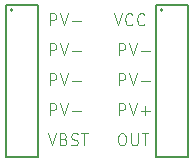
<source format=gbr>
%TF.GenerationSoftware,KiCad,Pcbnew,8.0.6*%
%TF.CreationDate,2025-01-14T17:23:09-07:00*%
%TF.ProjectId,MPPT,4d505054-2e6b-4696-9361-645f70636258,rev?*%
%TF.SameCoordinates,Original*%
%TF.FileFunction,Legend,Top*%
%TF.FilePolarity,Positive*%
%FSLAX46Y46*%
G04 Gerber Fmt 4.6, Leading zero omitted, Abs format (unit mm)*
G04 Created by KiCad (PCBNEW 8.0.6) date 2025-01-14 17:23:09*
%MOMM*%
%LPD*%
G01*
G04 APERTURE LIST*
%ADD10C,0.100000*%
%ADD11C,0.200000*%
G04 APERTURE END LIST*
D10*
X144941027Y-93360419D02*
X145274360Y-94360419D01*
X145274360Y-94360419D02*
X145607693Y-93360419D01*
X146512455Y-94265180D02*
X146464836Y-94312800D01*
X146464836Y-94312800D02*
X146321979Y-94360419D01*
X146321979Y-94360419D02*
X146226741Y-94360419D01*
X146226741Y-94360419D02*
X146083884Y-94312800D01*
X146083884Y-94312800D02*
X145988646Y-94217561D01*
X145988646Y-94217561D02*
X145941027Y-94122323D01*
X145941027Y-94122323D02*
X145893408Y-93931847D01*
X145893408Y-93931847D02*
X145893408Y-93788990D01*
X145893408Y-93788990D02*
X145941027Y-93598514D01*
X145941027Y-93598514D02*
X145988646Y-93503276D01*
X145988646Y-93503276D02*
X146083884Y-93408038D01*
X146083884Y-93408038D02*
X146226741Y-93360419D01*
X146226741Y-93360419D02*
X146321979Y-93360419D01*
X146321979Y-93360419D02*
X146464836Y-93408038D01*
X146464836Y-93408038D02*
X146512455Y-93455657D01*
X147512455Y-94265180D02*
X147464836Y-94312800D01*
X147464836Y-94312800D02*
X147321979Y-94360419D01*
X147321979Y-94360419D02*
X147226741Y-94360419D01*
X147226741Y-94360419D02*
X147083884Y-94312800D01*
X147083884Y-94312800D02*
X146988646Y-94217561D01*
X146988646Y-94217561D02*
X146941027Y-94122323D01*
X146941027Y-94122323D02*
X146893408Y-93931847D01*
X146893408Y-93931847D02*
X146893408Y-93788990D01*
X146893408Y-93788990D02*
X146941027Y-93598514D01*
X146941027Y-93598514D02*
X146988646Y-93503276D01*
X146988646Y-93503276D02*
X147083884Y-93408038D01*
X147083884Y-93408038D02*
X147226741Y-93360419D01*
X147226741Y-93360419D02*
X147321979Y-93360419D01*
X147321979Y-93360419D02*
X147464836Y-93408038D01*
X147464836Y-93408038D02*
X147512455Y-93455657D01*
X145337884Y-96900419D02*
X145337884Y-95900419D01*
X145337884Y-95900419D02*
X145718836Y-95900419D01*
X145718836Y-95900419D02*
X145814074Y-95948038D01*
X145814074Y-95948038D02*
X145861693Y-95995657D01*
X145861693Y-95995657D02*
X145909312Y-96090895D01*
X145909312Y-96090895D02*
X145909312Y-96233752D01*
X145909312Y-96233752D02*
X145861693Y-96328990D01*
X145861693Y-96328990D02*
X145814074Y-96376609D01*
X145814074Y-96376609D02*
X145718836Y-96424228D01*
X145718836Y-96424228D02*
X145337884Y-96424228D01*
X146195027Y-95900419D02*
X146528360Y-96900419D01*
X146528360Y-96900419D02*
X146861693Y-95900419D01*
X147195027Y-96519466D02*
X147956932Y-96519466D01*
X145337884Y-99440419D02*
X145337884Y-98440419D01*
X145337884Y-98440419D02*
X145718836Y-98440419D01*
X145718836Y-98440419D02*
X145814074Y-98488038D01*
X145814074Y-98488038D02*
X145861693Y-98535657D01*
X145861693Y-98535657D02*
X145909312Y-98630895D01*
X145909312Y-98630895D02*
X145909312Y-98773752D01*
X145909312Y-98773752D02*
X145861693Y-98868990D01*
X145861693Y-98868990D02*
X145814074Y-98916609D01*
X145814074Y-98916609D02*
X145718836Y-98964228D01*
X145718836Y-98964228D02*
X145337884Y-98964228D01*
X146195027Y-98440419D02*
X146528360Y-99440419D01*
X146528360Y-99440419D02*
X146861693Y-98440419D01*
X147195027Y-99059466D02*
X147956932Y-99059466D01*
X145337884Y-101980419D02*
X145337884Y-100980419D01*
X145337884Y-100980419D02*
X145718836Y-100980419D01*
X145718836Y-100980419D02*
X145814074Y-101028038D01*
X145814074Y-101028038D02*
X145861693Y-101075657D01*
X145861693Y-101075657D02*
X145909312Y-101170895D01*
X145909312Y-101170895D02*
X145909312Y-101313752D01*
X145909312Y-101313752D02*
X145861693Y-101408990D01*
X145861693Y-101408990D02*
X145814074Y-101456609D01*
X145814074Y-101456609D02*
X145718836Y-101504228D01*
X145718836Y-101504228D02*
X145337884Y-101504228D01*
X146195027Y-100980419D02*
X146528360Y-101980419D01*
X146528360Y-101980419D02*
X146861693Y-100980419D01*
X147195027Y-101599466D02*
X147956932Y-101599466D01*
X147575979Y-101980419D02*
X147575979Y-101218514D01*
X145528360Y-103520419D02*
X145718836Y-103520419D01*
X145718836Y-103520419D02*
X145814074Y-103568038D01*
X145814074Y-103568038D02*
X145909312Y-103663276D01*
X145909312Y-103663276D02*
X145956931Y-103853752D01*
X145956931Y-103853752D02*
X145956931Y-104187085D01*
X145956931Y-104187085D02*
X145909312Y-104377561D01*
X145909312Y-104377561D02*
X145814074Y-104472800D01*
X145814074Y-104472800D02*
X145718836Y-104520419D01*
X145718836Y-104520419D02*
X145528360Y-104520419D01*
X145528360Y-104520419D02*
X145433122Y-104472800D01*
X145433122Y-104472800D02*
X145337884Y-104377561D01*
X145337884Y-104377561D02*
X145290265Y-104187085D01*
X145290265Y-104187085D02*
X145290265Y-103853752D01*
X145290265Y-103853752D02*
X145337884Y-103663276D01*
X145337884Y-103663276D02*
X145433122Y-103568038D01*
X145433122Y-103568038D02*
X145528360Y-103520419D01*
X146385503Y-103520419D02*
X146385503Y-104329942D01*
X146385503Y-104329942D02*
X146433122Y-104425180D01*
X146433122Y-104425180D02*
X146480741Y-104472800D01*
X146480741Y-104472800D02*
X146575979Y-104520419D01*
X146575979Y-104520419D02*
X146766455Y-104520419D01*
X146766455Y-104520419D02*
X146861693Y-104472800D01*
X146861693Y-104472800D02*
X146909312Y-104425180D01*
X146909312Y-104425180D02*
X146956931Y-104329942D01*
X146956931Y-104329942D02*
X146956931Y-103520419D01*
X147290265Y-103520419D02*
X147861693Y-103520419D01*
X147575979Y-104520419D02*
X147575979Y-103520419D01*
X139353027Y-103520419D02*
X139686360Y-104520419D01*
X139686360Y-104520419D02*
X140019693Y-103520419D01*
X140686360Y-103996609D02*
X140829217Y-104044228D01*
X140829217Y-104044228D02*
X140876836Y-104091847D01*
X140876836Y-104091847D02*
X140924455Y-104187085D01*
X140924455Y-104187085D02*
X140924455Y-104329942D01*
X140924455Y-104329942D02*
X140876836Y-104425180D01*
X140876836Y-104425180D02*
X140829217Y-104472800D01*
X140829217Y-104472800D02*
X140733979Y-104520419D01*
X140733979Y-104520419D02*
X140353027Y-104520419D01*
X140353027Y-104520419D02*
X140353027Y-103520419D01*
X140353027Y-103520419D02*
X140686360Y-103520419D01*
X140686360Y-103520419D02*
X140781598Y-103568038D01*
X140781598Y-103568038D02*
X140829217Y-103615657D01*
X140829217Y-103615657D02*
X140876836Y-103710895D01*
X140876836Y-103710895D02*
X140876836Y-103806133D01*
X140876836Y-103806133D02*
X140829217Y-103901371D01*
X140829217Y-103901371D02*
X140781598Y-103948990D01*
X140781598Y-103948990D02*
X140686360Y-103996609D01*
X140686360Y-103996609D02*
X140353027Y-103996609D01*
X141305408Y-104472800D02*
X141448265Y-104520419D01*
X141448265Y-104520419D02*
X141686360Y-104520419D01*
X141686360Y-104520419D02*
X141781598Y-104472800D01*
X141781598Y-104472800D02*
X141829217Y-104425180D01*
X141829217Y-104425180D02*
X141876836Y-104329942D01*
X141876836Y-104329942D02*
X141876836Y-104234704D01*
X141876836Y-104234704D02*
X141829217Y-104139466D01*
X141829217Y-104139466D02*
X141781598Y-104091847D01*
X141781598Y-104091847D02*
X141686360Y-104044228D01*
X141686360Y-104044228D02*
X141495884Y-103996609D01*
X141495884Y-103996609D02*
X141400646Y-103948990D01*
X141400646Y-103948990D02*
X141353027Y-103901371D01*
X141353027Y-103901371D02*
X141305408Y-103806133D01*
X141305408Y-103806133D02*
X141305408Y-103710895D01*
X141305408Y-103710895D02*
X141353027Y-103615657D01*
X141353027Y-103615657D02*
X141400646Y-103568038D01*
X141400646Y-103568038D02*
X141495884Y-103520419D01*
X141495884Y-103520419D02*
X141733979Y-103520419D01*
X141733979Y-103520419D02*
X141876836Y-103568038D01*
X142162551Y-103520419D02*
X142733979Y-103520419D01*
X142448265Y-104520419D02*
X142448265Y-103520419D01*
X139495884Y-101980419D02*
X139495884Y-100980419D01*
X139495884Y-100980419D02*
X139876836Y-100980419D01*
X139876836Y-100980419D02*
X139972074Y-101028038D01*
X139972074Y-101028038D02*
X140019693Y-101075657D01*
X140019693Y-101075657D02*
X140067312Y-101170895D01*
X140067312Y-101170895D02*
X140067312Y-101313752D01*
X140067312Y-101313752D02*
X140019693Y-101408990D01*
X140019693Y-101408990D02*
X139972074Y-101456609D01*
X139972074Y-101456609D02*
X139876836Y-101504228D01*
X139876836Y-101504228D02*
X139495884Y-101504228D01*
X140353027Y-100980419D02*
X140686360Y-101980419D01*
X140686360Y-101980419D02*
X141019693Y-100980419D01*
X141353027Y-101599466D02*
X142114932Y-101599466D01*
X139495884Y-99440419D02*
X139495884Y-98440419D01*
X139495884Y-98440419D02*
X139876836Y-98440419D01*
X139876836Y-98440419D02*
X139972074Y-98488038D01*
X139972074Y-98488038D02*
X140019693Y-98535657D01*
X140019693Y-98535657D02*
X140067312Y-98630895D01*
X140067312Y-98630895D02*
X140067312Y-98773752D01*
X140067312Y-98773752D02*
X140019693Y-98868990D01*
X140019693Y-98868990D02*
X139972074Y-98916609D01*
X139972074Y-98916609D02*
X139876836Y-98964228D01*
X139876836Y-98964228D02*
X139495884Y-98964228D01*
X140353027Y-98440419D02*
X140686360Y-99440419D01*
X140686360Y-99440419D02*
X141019693Y-98440419D01*
X141353027Y-99059466D02*
X142114932Y-99059466D01*
X139495884Y-96900419D02*
X139495884Y-95900419D01*
X139495884Y-95900419D02*
X139876836Y-95900419D01*
X139876836Y-95900419D02*
X139972074Y-95948038D01*
X139972074Y-95948038D02*
X140019693Y-95995657D01*
X140019693Y-95995657D02*
X140067312Y-96090895D01*
X140067312Y-96090895D02*
X140067312Y-96233752D01*
X140067312Y-96233752D02*
X140019693Y-96328990D01*
X140019693Y-96328990D02*
X139972074Y-96376609D01*
X139972074Y-96376609D02*
X139876836Y-96424228D01*
X139876836Y-96424228D02*
X139495884Y-96424228D01*
X140353027Y-95900419D02*
X140686360Y-96900419D01*
X140686360Y-96900419D02*
X141019693Y-95900419D01*
X141353027Y-96519466D02*
X142114932Y-96519466D01*
X139495884Y-94360419D02*
X139495884Y-93360419D01*
X139495884Y-93360419D02*
X139876836Y-93360419D01*
X139876836Y-93360419D02*
X139972074Y-93408038D01*
X139972074Y-93408038D02*
X140019693Y-93455657D01*
X140019693Y-93455657D02*
X140067312Y-93550895D01*
X140067312Y-93550895D02*
X140067312Y-93693752D01*
X140067312Y-93693752D02*
X140019693Y-93788990D01*
X140019693Y-93788990D02*
X139972074Y-93836609D01*
X139972074Y-93836609D02*
X139876836Y-93884228D01*
X139876836Y-93884228D02*
X139495884Y-93884228D01*
X140353027Y-93360419D02*
X140686360Y-94360419D01*
X140686360Y-94360419D02*
X141019693Y-93360419D01*
X141353027Y-93979466D02*
X142114932Y-93979466D01*
D11*
%TO.C,J1*%
X135790000Y-92610000D02*
X138530000Y-92610000D01*
X135790000Y-105510000D02*
X135790000Y-92610000D01*
X138530000Y-92610000D02*
X138530000Y-105510000D01*
X138530000Y-105510000D02*
X135790000Y-105510000D01*
X136360000Y-93060000D02*
G75*
G02*
X136160000Y-93060000I-100000J0D01*
G01*
X136160000Y-93060000D02*
G75*
G02*
X136360000Y-93060000I100000J0D01*
G01*
%TO.C,J2*%
X148490000Y-92610000D02*
X151230000Y-92610000D01*
X148490000Y-105510000D02*
X148490000Y-92610000D01*
X151230000Y-92610000D02*
X151230000Y-105510000D01*
X151230000Y-105510000D02*
X148490000Y-105510000D01*
X149060000Y-93060000D02*
G75*
G02*
X148860000Y-93060000I-100000J0D01*
G01*
X148860000Y-93060000D02*
G75*
G02*
X149060000Y-93060000I100000J0D01*
G01*
%TD*%
M02*

</source>
